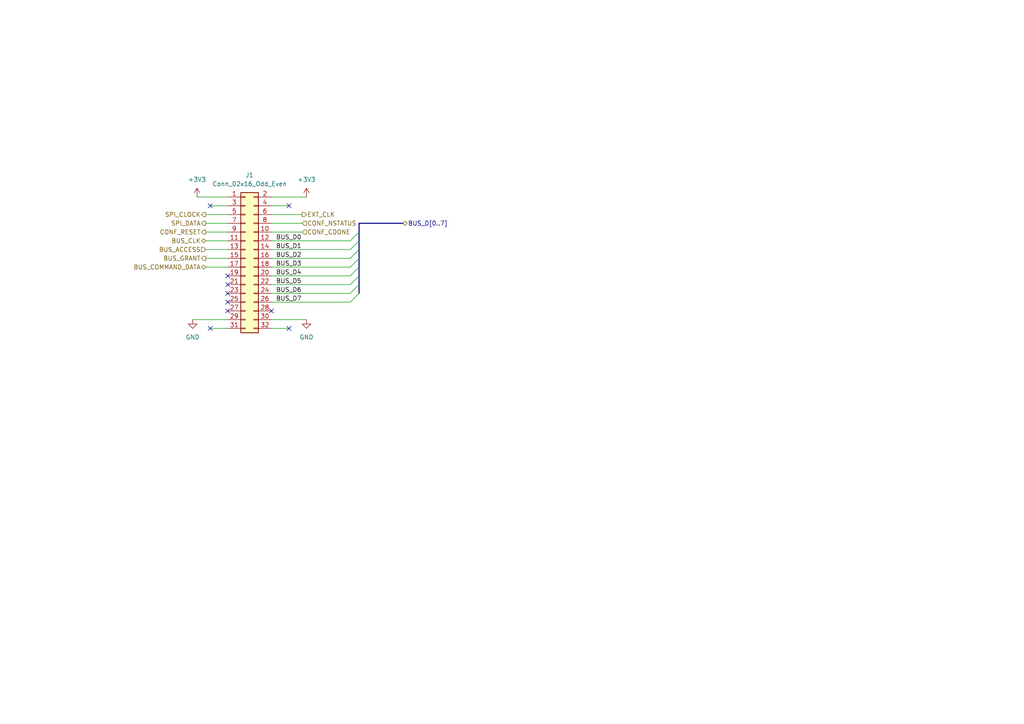
<source format=kicad_sch>
(kicad_sch (version 20211123) (generator eeschema)
  (paper "A4")
  (lib_symbols
    (symbol "Connector_Generic:Conn_02x16_Odd_Even" (pin_names (offset 1.016) hide)
      (property "Reference" "J" (at 1.27 20.32 0))
      (property "Value" "Conn_02x16_Odd_Even" (at 1.27 -22.86 0))
      (symbol "Conn_02x16_Odd_Even_1_1"
        (rectangle (start -1.27 -20.193) (end 0 -20.447) (stroke (width 0.1524)))
        (rectangle (start -1.27 -17.653) (end 0 -17.907) (stroke (width 0.1524)))
        (rectangle (start -1.27 -15.113) (end 0 -15.367) (stroke (width 0.1524)))
        (rectangle (start -1.27 -12.573) (end 0 -12.827) (stroke (width 0.1524)))
        (rectangle (start -1.27 -10.033) (end 0 -10.287) (stroke (width 0.1524)))
        (rectangle (start -1.27 -7.493) (end 0 -7.747) (stroke (width 0.1524)))
        (rectangle (start -1.27 -4.953) (end 0 -5.207) (stroke (width 0.1524)))
        (rectangle (start -1.27 -2.413) (end 0 -2.667) (stroke (width 0.1524)))
        (rectangle (start -1.27 0.127) (end 0 -0.127) (stroke (width 0.1524)))
        (rectangle (start -1.27 2.667) (end 0 2.413) (stroke (width 0.1524)))
        (rectangle (start -1.27 5.207) (end 0 4.953) (stroke (width 0.1524)))
        (rectangle (start -1.27 7.747) (end 0 7.493) (stroke (width 0.1524)))
        (rectangle (start -1.27 10.287) (end 0 10.033) (stroke (width 0.1524)))
        (rectangle (start -1.27 12.827) (end 0 12.573) (stroke (width 0.1524)))
        (rectangle (start -1.27 15.367) (end 0 15.113) (stroke (width 0.1524)))
        (rectangle (start -1.27 17.907) (end 0 17.653) (stroke (width 0.1524)))
        (rectangle (start -1.27 19.05) (end 3.81 -21.59) (stroke (width 0.254)) (fill (type background)))
        (rectangle (start 3.81 -20.193) (end 2.54 -20.447) (stroke (width 0.1524)))
        (rectangle (start 3.81 -17.653) (end 2.54 -17.907) (stroke (width 0.1524)))
        (rectangle (start 3.81 -15.113) (end 2.54 -15.367) (stroke (width 0.1524)))
        (rectangle (start 3.81 -12.573) (end 2.54 -12.827) (stroke (width 0.1524)))
        (rectangle (start 3.81 -10.033) (end 2.54 -10.287) (stroke (width 0.1524)))
        (rectangle (start 3.81 -7.493) (end 2.54 -7.747) (stroke (width 0.1524)))
        (rectangle (start 3.81 -4.953) (end 2.54 -5.207) (stroke (width 0.1524)))
        (rectangle (start 3.81 -2.413) (end 2.54 -2.667) (stroke (width 0.1524)))
        (rectangle (start 3.81 0.127) (end 2.54 -0.127) (stroke (width 0.1524)))
        (rectangle (start 3.81 2.667) (end 2.54 2.413) (stroke (width 0.1524)))
        (rectangle (start 3.81 5.207) (end 2.54 4.953) (stroke (width 0.1524)))
        (rectangle (start 3.81 7.747) (end 2.54 7.493) (stroke (width 0.1524)))
        (rectangle (start 3.81 10.287) (end 2.54 10.033) (stroke (width 0.1524)))
        (rectangle (start 3.81 12.827) (end 2.54 12.573) (stroke (width 0.1524)))
        (rectangle (start 3.81 15.367) (end 2.54 15.113) (stroke (width 0.1524)))
        (rectangle (start 3.81 17.907) (end 2.54 17.653) (stroke (width 0.1524)))
        (pin passive line (at -5.08 17.78 0) (length 3.81) (name "Pin_1") (number "1"))
        (pin passive line (at 7.62 7.62 180) (length 3.81) (name "Pin_10") (number "10"))
        (pin passive line (at -5.08 5.08 0) (length 3.81) (name "Pin_11") (number "11"))
        (pin passive line (at 7.62 5.08 180) (length 3.81) (name "Pin_12") (number "12"))
        (pin passive line (at -5.08 2.54 0) (length 3.81) (name "Pin_13") (number "13"))
        (pin passive line (at 7.62 2.54 180) (length 3.81) (name "Pin_14") (number "14"))
        (pin passive line (at -5.08 0 0) (length 3.81) (name "Pin_15") (number "15"))
        (pin passive line (at 7.62 0 180) (length 3.81) (name "Pin_16") (number "16"))
        (pin passive line (at -5.08 -2.54 0) (length 3.81) (name "Pin_17") (number "17"))
        (pin passive line (at 7.62 -2.54 180) (length 3.81) (name "Pin_18") (number "18"))
        (pin passive line (at -5.08 -5.08 0) (length 3.81) (name "Pin_19") (number "19"))
        (pin passive line (at 7.62 17.78 180) (length 3.81) (name "Pin_2") (number "2"))
        (pin passive line (at 7.62 -5.08 180) (length 3.81) (name "Pin_20") (number "20"))
        (pin passive line (at -5.08 -7.62 0) (length 3.81) (name "Pin_21") (number "21"))
        (pin passive line (at 7.62 -7.62 180) (length 3.81) (name "Pin_22") (number "22"))
        (pin passive line (at -5.08 -10.16 0) (length 3.81) (name "Pin_23") (number "23"))
        (pin passive line (at 7.62 -10.16 180) (length 3.81) (name "Pin_24") (number "24"))
        (pin passive line (at -5.08 -12.7 0) (length 3.81) (name "Pin_25") (number "25"))
        (pin passive line (at 7.62 -12.7 180) (length 3.81) (name "Pin_26") (number "26"))
        (pin passive line (at -5.08 -15.24 0) (length 3.81) (name "Pin_27") (number "27"))
        (pin passive line (at 7.62 -15.24 180) (length 3.81) (name "Pin_28") (number "28"))
        (pin passive line (at -5.08 -17.78 0) (length 3.81) (name "Pin_29") (number "29"))
        (pin passive line (at -5.08 15.24 0) (length 3.81) (name "Pin_3") (number "3"))
        (pin passive line (at 7.62 -17.78 180) (length 3.81) (name "Pin_30") (number "30"))
        (pin passive line (at -5.08 -20.32 0) (length 3.81) (name "Pin_31") (number "31"))
        (pin passive line (at 7.62 -20.32 180) (length 3.81) (name "Pin_32") (number "32"))
        (pin passive line (at 7.62 15.24 180) (length 3.81) (name "Pin_4") (number "4"))
        (pin passive line (at -5.08 12.7 0) (length 3.81) (name "Pin_5") (number "5"))
        (pin passive line (at 7.62 12.7 180) (length 3.81) (name "Pin_6") (number "6"))
        (pin passive line (at -5.08 10.16 0) (length 3.81) (name "Pin_7") (number "7"))
        (pin passive line (at 7.62 10.16 180) (length 3.81) (name "Pin_8") (number "8"))
        (pin passive line (at -5.08 7.62 0) (length 3.81) (name "Pin_9") (number "9"))
      )
    )
    (symbol "power:+3.3V" (power) (pin_names (offset 0))
      (property "Value" "+3.3V" (at 0 3.556 0))
      (symbol "+3.3V_0_1"
        (polyline (pts (xy -0.762 1.27) (xy 0 2.54)))
        (polyline (pts (xy 0 0) (xy 0 2.54)))
        (polyline (pts (xy 0 2.54) (xy 0.762 1.27)))
      )
      (symbol "+3.3V_1_1"
        (pin power_in line (at 0 0 90) (length 0) hide (name "+3V3") (number "1"))
      )
    )
    (symbol "power:GND" (power) (pin_names (offset 0))
      (property "Value" "GND" (at 0 -3.81 0))
      (symbol "GND_0_1"
        (polyline (pts (xy 0 0) (xy 0 -1.27) (xy 1.27 -1.27) (xy 0 -2.54) (xy -1.27 -1.27) (xy 0 -1.27)))
      )
      (symbol "GND_1_1"
        (pin power_in line (at 0 0 270) (length 0) hide (name "GND") (number "1"))
      )
    )
  )
  (no_connect (at 66.04 80.01))
  (no_connect (at 60.96 59.69))
  (no_connect (at 83.82 59.69))
  (no_connect (at 60.96 95.25))
  (no_connect (at 83.82 95.25))
  (no_connect (at 78.74 90.17))
  (no_connect (at 66.04 90.17))
  (no_connect (at 66.04 87.63))
  (no_connect (at 66.04 85.09))
  (no_connect (at 66.04 82.55))
  (bus_entry (at 104.14 85.09) (size -2.54 2.54))
  (bus_entry (at 104.14 80.01) (size -2.54 2.54))
  (bus_entry (at 104.14 69.85) (size -2.54 2.54))
  (bus_entry (at 104.14 67.31) (size -2.54 2.54))
  (bus_entry (at 104.14 74.93) (size -2.54 2.54))
  (bus_entry (at 104.14 77.47) (size -2.54 2.54))
  (bus_entry (at 104.14 82.55) (size -2.54 2.54))
  (bus_entry (at 104.14 72.39) (size -2.54 2.54))
  (bus (pts (xy 104.14 74.93) (xy 104.14 72.39)))
  (wire (pts (xy 60.96 59.69) (xy 66.04 59.69)))
  (wire (pts (xy 78.74 80.01) (xy 101.6 80.01)))
  (wire (pts (xy 78.74 57.15) (xy 88.9 57.15)))
  (bus (pts (xy 104.14 72.39) (xy 104.14 69.85)))
  (wire (pts (xy 55.88 92.71) (xy 66.04 92.71)))
  (bus (pts (xy 104.14 82.55) (xy 104.14 80.01)))
  (wire (pts (xy 78.74 74.93) (xy 101.6 74.93)))
  (wire (pts (xy 78.74 82.55) (xy 101.6 82.55)))
  (wire (pts (xy 59.69 74.93) (xy 66.04 74.93)))
  (wire (pts (xy 78.74 69.85) (xy 101.6 69.85)))
  (wire (pts (xy 78.74 67.31) (xy 87.63 67.31)))
  (bus (pts (xy 104.14 77.47) (xy 104.14 74.93)))
  (wire (pts (xy 78.74 62.23) (xy 87.63 62.23)))
  (wire (pts (xy 78.74 72.39) (xy 101.6 72.39)))
  (bus (pts (xy 104.14 64.77) (xy 116.84 64.77)))
  (wire (pts (xy 78.74 92.71) (xy 88.9 92.71)))
  (wire (pts (xy 59.69 77.47) (xy 66.04 77.47)))
  (bus (pts (xy 104.14 67.31) (xy 104.14 64.77)))
  (wire (pts (xy 78.74 59.69) (xy 83.82 59.69)))
  (wire (pts (xy 78.74 95.25) (xy 83.82 95.25)))
  (bus (pts (xy 104.14 69.85) (xy 104.14 67.31)))
  (bus (pts (xy 104.14 85.09) (xy 104.14 82.55)))
  (wire (pts (xy 78.74 85.09) (xy 101.6 85.09)))
  (wire (pts (xy 57.15 57.15) (xy 66.04 57.15)))
  (wire (pts (xy 59.69 67.31) (xy 66.04 67.31)))
  (wire (pts (xy 59.69 62.23) (xy 66.04 62.23)))
  (bus (pts (xy 104.14 80.01) (xy 104.14 77.47)))
  (wire (pts (xy 78.74 77.47) (xy 101.6 77.47)))
  (wire (pts (xy 60.96 95.25) (xy 66.04 95.25)))
  (wire (pts (xy 59.69 72.39) (xy 66.04 72.39)))
  (wire (pts (xy 78.74 64.77) (xy 87.63 64.77)))
  (wire (pts (xy 59.69 69.85) (xy 66.04 69.85)))
  (wire (pts (xy 59.69 64.77) (xy 66.04 64.77)))
  (wire (pts (xy 78.74 87.63) (xy 101.6 87.63)))
  (label "BUS_D3" (at 80.01 77.47 0))
  (label "BUS_D4" (at 80.01 80.01 0))
  (label "BUS_D7" (at 80.01 87.63 0))
  (label "BUS_D5" (at 80.01 82.55 0))
  (label "BUS_D2" (at 80.01 74.93 0))
  (label "BUS_D1" (at 80.01 72.39 0))
  (label "BUS_D0" (at 80.01 69.85 0))
  (label "BUS_D6" (at 80.01 85.09 0))
  (hierarchical_label "SPI_CLOCK" (shape output) (at 59.69 62.23 180))
  (hierarchical_label "BUS_GRANT" (shape output) (at 59.69 74.93 180))
  (hierarchical_label "SPI_DATA" (shape output) (at 59.69 64.77 180))
  (hierarchical_label "BUS_CLK" (shape bidirectional) (at 59.69 69.85 180))
  (hierarchical_label "EXT_CLK" (shape output) (at 87.63 62.23 0))
  (hierarchical_label "BUS_COMMAND_DATA" (shape bidirectional) (at 59.69 77.47 180))
  (hierarchical_label "BUS_ACCESS" (shape input) (at 59.69 72.39 180))
  (hierarchical_label "CONF_NSTATUS" (shape input) (at 87.63 64.77 0))
  (hierarchical_label "BUS_D[0..7]" (shape bidirectional) (at 116.84 64.77 0))
  (hierarchical_label "CONF_RESET" (shape output) (at 59.69 67.31 180))
  (hierarchical_label "CONF_CDONE" (shape input) (at 87.63 67.31 0))
  (symbol (lib_id "Connector_Generic:Conn_02x16_Odd_Even") (at 71.12 74.93 0) (unit 1)
    (property "Reference" "J1" (at 72.39 50.8 0))
    (property "Value" "Conn_02x16_Odd_Even" (at 72.39 53.34 0))
    (property "Footprint" "Connector_PinHeader_2.00mm:PinHeader_2x16_P2.00mm_Vertical" (effects hide))
  )
  (symbol (lib_id "power:GND") (at 55.88 92.71 0) (unit 1)
    (property "Reference" "#PWR04" (effects hide))
    (property "Value" "GND" (at 55.88 97.79 0))
  )
  (symbol (lib_id "power:+3.3V") (at 57.15 57.15 0) (unit 1)
    (property "Reference" "#PWR05" (effects hide))
    (property "Value" "+3.3V" (at 57.15 52.07 0))
  )
  (symbol (lib_id "power:GND") (at 88.9 92.71 0) (unit 1)
    (property "Reference" "#PWR07" (effects hide))
    (property "Value" "GND" (at 88.9 97.79 0))
  )
  (symbol (lib_id "power:+3.3V") (at 88.9 57.15 0) (unit 1)
    (property "Reference" "#PWR06" (effects hide))
    (property "Value" "+3.3V" (at 88.9 52.07 0))
  )
)
</source>
